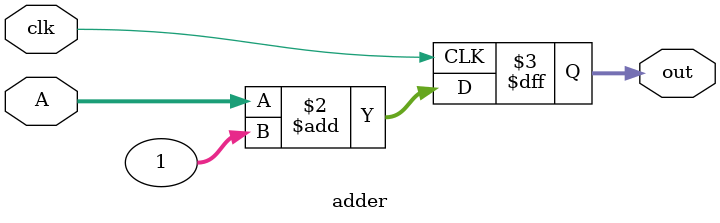
<source format=v>
`timescale 1ns / 1ps


module adder(
        input  [31:0] A,
        input clk,
        
        output reg [31:0] out
);
    
always @(posedge clk) 
     begin
        out = A + 1;      
     end
endmodule

</source>
